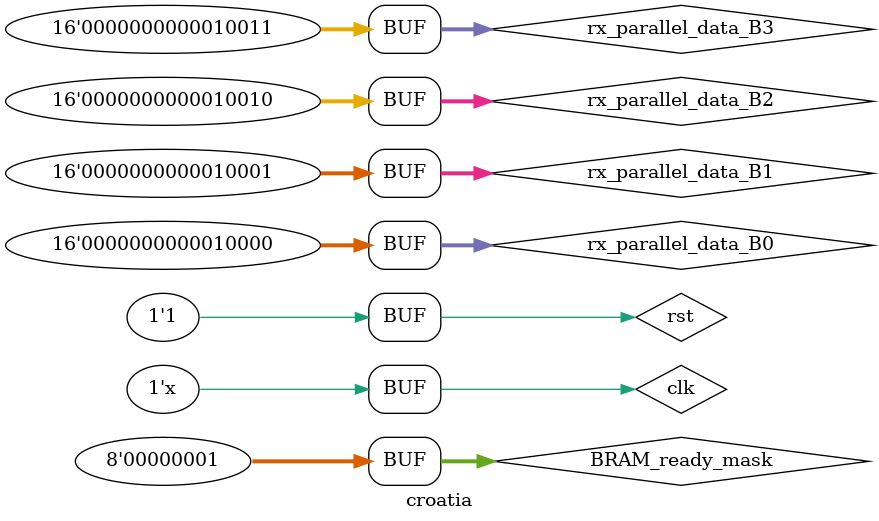
<source format=v>
`timescale 1ns / 1ps


module croatia;

	// Inputs
	reg clk;
	reg rst;
	reg [15:0] rx_parallel_data_B0;
	reg [15:0] rx_parallel_data_B1;
	reg [15:0] rx_parallel_data_B2;
	reg [15:0] rx_parallel_data_B3;
	reg [7:0] BRAM_ready_mask;

	// Outputs
	wire triggering_status;

	// Instantiate the Unit Under Test (UUT)
	top uut (
		.clk(clk), 
		.rst(rst), 
		.rx_parallel_data_B0(rx_parallel_data_B0), 
		.rx_parallel_data_B1(rx_parallel_data_B1), 
		.rx_parallel_data_B2(rx_parallel_data_B2), 
		.rx_parallel_data_B3(rx_parallel_data_B3), 
		.BRAM_ready_mask(BRAM_ready_mask),
		.triggering_status(triggering_status)
	);

	initial begin
		// Initialize Inputs
		clk = 0;
		rst = 0;
		rx_parallel_data_B0 = 16;
		rx_parallel_data_B1 = 17;
		rx_parallel_data_B2 = 18;
		rx_parallel_data_B3 = 19;
		BRAM_ready_mask = 8'b0;

		// Wait 100 ns for global reset to finish
		#100;
       rst = 1;
		 BRAM_ready_mask = 8'b00000001;
		#10;
		 rx_parallel_data_B0 = 21;
		#10;
		 rx_parallel_data_B0 = 16;
	end
      
	always begin
		#5 clk = !clk;
	end
	
endmodule


</source>
